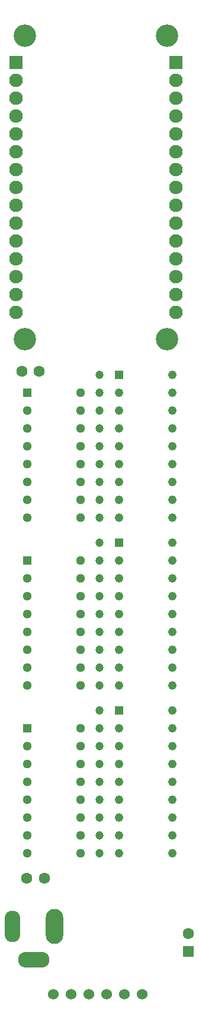
<source format=gbs>
%TF.GenerationSoftware,KiCad,Pcbnew,(7.0.0)*%
%TF.CreationDate,2023-05-15T22:46:06-04:00*%
%TF.ProjectId,clockPCB,636c6f63-6b50-4434-922e-6b696361645f,rev?*%
%TF.SameCoordinates,Original*%
%TF.FileFunction,Soldermask,Bot*%
%TF.FilePolarity,Negative*%
%FSLAX46Y46*%
G04 Gerber Fmt 4.6, Leading zero omitted, Abs format (unit mm)*
G04 Created by KiCad (PCBNEW (7.0.0)) date 2023-05-15 22:46:06*
%MOMM*%
%LPD*%
G01*
G04 APERTURE LIST*
%ADD10C,1.600000*%
%ADD11R,1.600000X1.600000*%
%ADD12R,1.295400X1.295400*%
%ADD13C,1.295400*%
%ADD14C,3.200000*%
%ADD15R,1.930000X1.930000*%
%ADD16C,1.930000*%
%ADD17C,1.200000*%
%ADD18O,2.500000X5.000000*%
%ADD19O,2.250000X4.500000*%
%ADD20O,4.500000X2.250000*%
%ADD21R,1.227074X1.227074*%
%ADD22C,1.227074*%
%ADD23C,1.524000*%
G04 APERTURE END LIST*
D10*
%TO.C,REF\u002A\u002A*%
X124988000Y-67500500D03*
X127488000Y-67500500D03*
%TD*%
D11*
%TO.C,REF\u002A\u002A*%
X148843999Y-150010499D03*
D10*
X148844000Y-147510500D03*
%TD*%
D12*
%TO.C,REF\u002A\u002A*%
X125793499Y-70548499D03*
D13*
X125793500Y-73088500D03*
X125793500Y-75628500D03*
X125793500Y-78168500D03*
X125793500Y-80708500D03*
X125793500Y-83248500D03*
X125793500Y-85788500D03*
X125793500Y-88328500D03*
X133413500Y-88328500D03*
X133413500Y-85788500D03*
X133413500Y-83248500D03*
X133413500Y-80708500D03*
X133413500Y-78168500D03*
X133413500Y-75628500D03*
X133413500Y-73088500D03*
X133413500Y-70548500D03*
%TD*%
D14*
%TO.C,REF\u002A\u002A*%
X125476000Y-19748500D03*
X125476000Y-62928500D03*
X145796000Y-19748500D03*
X145796000Y-62928500D03*
D15*
X124205999Y-23558499D03*
D16*
X124206000Y-26098500D03*
X124206000Y-28638500D03*
X124206000Y-31178500D03*
X124206000Y-33718500D03*
X124206000Y-36258500D03*
X124206000Y-38798500D03*
X124206000Y-41338500D03*
X124206000Y-43878500D03*
X124206000Y-46418500D03*
X124206000Y-48958500D03*
X124206000Y-51498500D03*
X124206000Y-54038500D03*
X124206000Y-56578500D03*
X124206000Y-59118500D03*
D15*
X147065999Y-23558499D03*
D16*
X147066000Y-26098500D03*
X147066000Y-28638500D03*
X147066000Y-31178500D03*
X147066000Y-33718500D03*
X147066000Y-36258500D03*
X147066000Y-38798500D03*
X147066000Y-41338500D03*
X147066000Y-43878500D03*
X147066000Y-46418500D03*
X147066000Y-48958500D03*
X147066000Y-51498500D03*
X147066000Y-54038500D03*
X147066000Y-56578500D03*
X147066000Y-59118500D03*
%TD*%
D17*
%TO.C,REF\u002A\u002A*%
X136144000Y-68008500D03*
X136144000Y-70548500D03*
X136144000Y-73088500D03*
X136144000Y-75628500D03*
X136144000Y-78168500D03*
X136144000Y-80708500D03*
X136144000Y-83248500D03*
X136144000Y-85788500D03*
X136144000Y-88328500D03*
%TD*%
D18*
%TO.C,REF\u002A\u002A*%
X129697999Y-146494499D03*
D19*
X123697999Y-146494499D03*
D20*
X126697999Y-151194499D03*
%TD*%
D17*
%TO.C,REF\u002A\u002A*%
X136144000Y-115760500D03*
X136144000Y-118300500D03*
X136144000Y-120840500D03*
X136144000Y-123380500D03*
X136144000Y-125920500D03*
X136144000Y-128460500D03*
X136144000Y-131000500D03*
X136144000Y-133540500D03*
X136144000Y-136080500D03*
%TD*%
D21*
%TO.C,REF\u002A\u002A*%
X138937999Y-115760499D03*
D22*
X138938000Y-118300500D03*
X138938000Y-120840500D03*
X138938000Y-123380500D03*
X138938000Y-125920500D03*
X138938000Y-128460500D03*
X138938000Y-131000500D03*
X138938000Y-133540500D03*
X138938000Y-136080500D03*
X146558000Y-136080500D03*
X146558000Y-133540500D03*
X146558000Y-131000500D03*
X146558000Y-128460500D03*
X146558000Y-125920500D03*
X146558000Y-123380500D03*
X146558000Y-120840500D03*
X146558000Y-118300500D03*
X146558000Y-115760500D03*
%TD*%
D12*
%TO.C,REF\u002A\u002A*%
X125793499Y-118300499D03*
D13*
X125793500Y-120840500D03*
X125793500Y-123380500D03*
X125793500Y-125920500D03*
X125793500Y-128460500D03*
X125793500Y-131000500D03*
X125793500Y-133540500D03*
X125793500Y-136080500D03*
X133413500Y-136080500D03*
X133413500Y-133540500D03*
X133413500Y-131000500D03*
X133413500Y-128460500D03*
X133413500Y-125920500D03*
X133413500Y-123380500D03*
X133413500Y-120840500D03*
X133413500Y-118300500D03*
%TD*%
D23*
%TO.C,REF\u002A\u002A*%
X129540000Y-156146500D03*
X142240000Y-156146500D03*
X134620000Y-156146500D03*
X137160000Y-156146500D03*
X132080000Y-156146500D03*
X139700000Y-156146500D03*
%TD*%
D10*
%TO.C,REF\u002A\u002A*%
X125730000Y-139636500D03*
X128230000Y-139636500D03*
%TD*%
D12*
%TO.C,REF\u002A\u002A*%
X125793499Y-94424499D03*
D13*
X125793500Y-96964500D03*
X125793500Y-99504500D03*
X125793500Y-102044500D03*
X125793500Y-104584500D03*
X125793500Y-107124500D03*
X125793500Y-109664500D03*
X125793500Y-112204500D03*
X133413500Y-112204500D03*
X133413500Y-109664500D03*
X133413500Y-107124500D03*
X133413500Y-104584500D03*
X133413500Y-102044500D03*
X133413500Y-99504500D03*
X133413500Y-96964500D03*
X133413500Y-94424500D03*
%TD*%
D21*
%TO.C,REF\u002A\u002A*%
X138937999Y-91884499D03*
D22*
X138938000Y-94424500D03*
X138938000Y-96964500D03*
X138938000Y-99504500D03*
X138938000Y-102044500D03*
X138938000Y-104584500D03*
X138938000Y-107124500D03*
X138938000Y-109664500D03*
X138938000Y-112204500D03*
X146558000Y-112204500D03*
X146558000Y-109664500D03*
X146558000Y-107124500D03*
X146558000Y-104584500D03*
X146558000Y-102044500D03*
X146558000Y-99504500D03*
X146558000Y-96964500D03*
X146558000Y-94424500D03*
X146558000Y-91884500D03*
%TD*%
D17*
%TO.C,REF\u002A\u002A*%
X136144000Y-91884500D03*
X136144000Y-94424500D03*
X136144000Y-96964500D03*
X136144000Y-99504500D03*
X136144000Y-102044500D03*
X136144000Y-104584500D03*
X136144000Y-107124500D03*
X136144000Y-109664500D03*
X136144000Y-112204500D03*
%TD*%
D21*
%TO.C,REF\u002A\u002A*%
X138937999Y-68008499D03*
D22*
X138938000Y-70548500D03*
X138938000Y-73088500D03*
X138938000Y-75628500D03*
X138938000Y-78168500D03*
X138938000Y-80708500D03*
X138938000Y-83248500D03*
X138938000Y-85788500D03*
X138938000Y-88328500D03*
X146558000Y-88328500D03*
X146558000Y-85788500D03*
X146558000Y-83248500D03*
X146558000Y-80708500D03*
X146558000Y-78168500D03*
X146558000Y-75628500D03*
X146558000Y-73088500D03*
X146558000Y-70548500D03*
X146558000Y-68008500D03*
%TD*%
M02*

</source>
